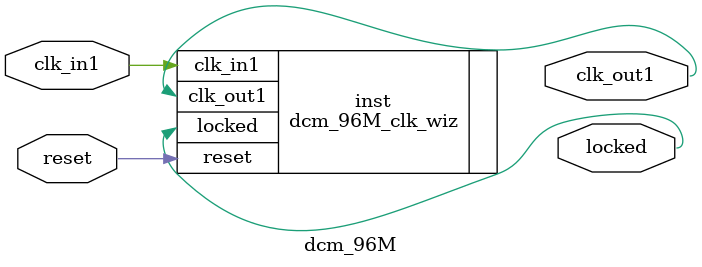
<source format=v>


`timescale 1ps/1ps

(* CORE_GENERATION_INFO = "dcm_96M,clk_wiz_v5_3_1,{component_name=dcm_96M,use_phase_alignment=true,use_min_o_jitter=false,use_max_i_jitter=false,use_dyn_phase_shift=false,use_inclk_switchover=false,use_dyn_reconfig=false,enable_axi=0,feedback_source=FDBK_AUTO,PRIMITIVE=MMCM,num_out_clk=1,clkin1_period=10.0,clkin2_period=10.0,use_power_down=false,use_reset=true,use_locked=true,use_inclk_stopped=false,feedback_type=SINGLE,CLOCK_MGR_TYPE=NA,manual_override=false}" *)

module dcm_96M 
 (
 // Clock in ports
  input         clk_in1,
  // Clock out ports
  output        clk_out1,
  // Status and control signals
  input         reset,
  output        locked
 );

  dcm_96M_clk_wiz inst
  (
 // Clock in ports
  .clk_in1(clk_in1),
  // Clock out ports  
  .clk_out1(clk_out1),
  // Status and control signals               
  .reset(reset), 
  .locked(locked)            
  );

endmodule

</source>
